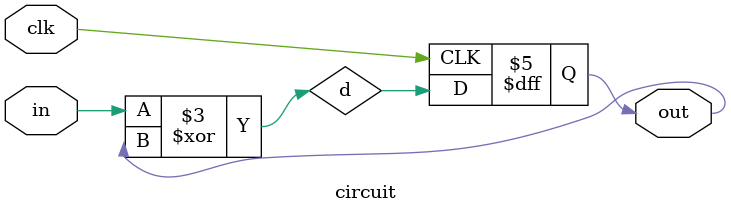
<source format=v>
module circuit (input clk, input in, output reg out);
    reg d=0; 
    always @(posedge clk)
        out <= d;
    always @*
        d = in ^ out;
endmodule

</source>
